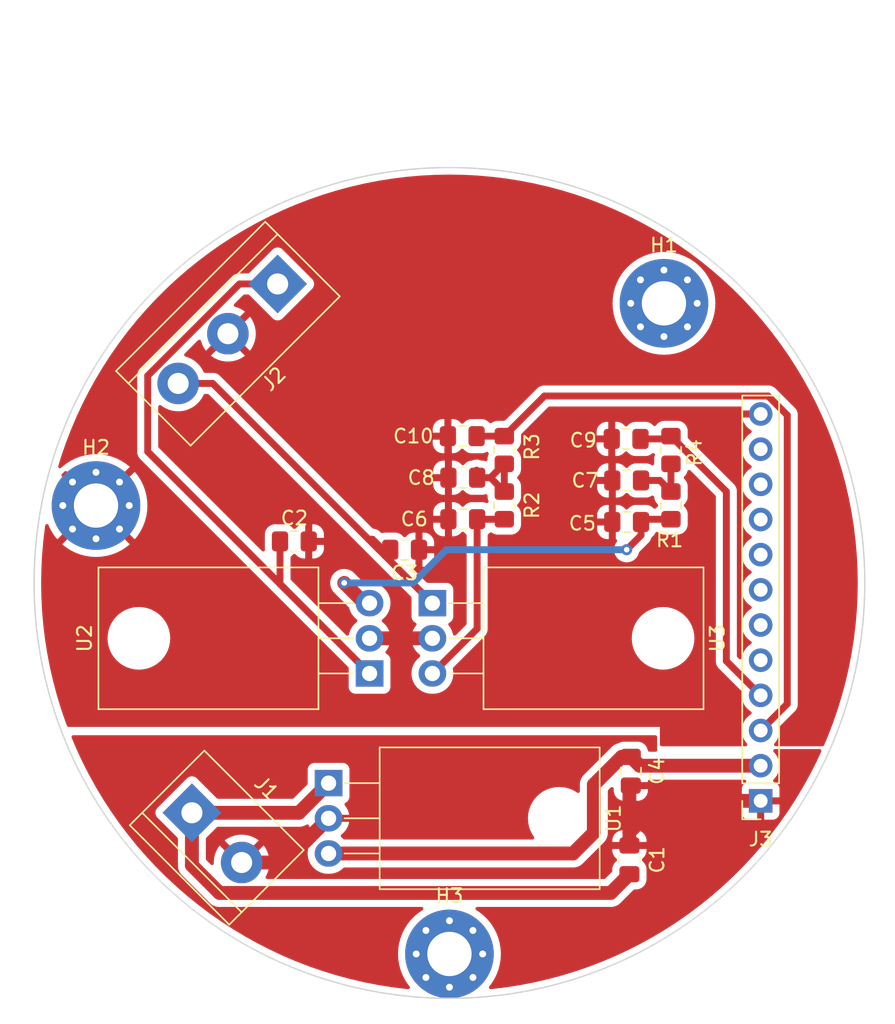
<source format=kicad_pcb>
(kicad_pcb (version 20211014) (generator pcbnew)
  (layers (0 "F.Cu" signal) (31 "B.Cu" signal) (34 "B.Paste" user) (35 "F.Paste" user) (36 "B.SilkS" user "B.Silkscreen") (37 "F.SilkS" user "F.Silkscreen") (38 "B.Mask" user) (39 "F.Mask" user) (44 "Edge.Cuts" user))
  (net 0 "")
  (net 1 "+BATT")
  (net 2 "GND")
  (net 3 "+Batt1")
  (net 4 "+Batt2")
  (net 5 "-Batt2")
  (net 6 "+3V3")
  (net 7 "Net-(C5-Pad1)")
  (net 8 "Net-(C6-Pad2)")
  (net 9 "Net-(C7-Pad1)")
  (net 10 "Net-(C8-Pad2)")
  (net 11 "+5VA")
  (net 12 "-5V")
  (footprint "Resistor_SMD:R_0805_2012Metric_Pad1.20x1.40mm_HandSolder" (layer "F.Cu") (at 153.9625 95.4 90)
    (fp_text reference "R3" (at 0.227064 2 90) (layer "F.SilkS"))
    (fp_text value "R_Small")
    (fp_line (start -0.227064 -0.735) (end 0.227064 -0.735) (layer "F.SilkS") (width 0.12))
    (fp_line (start -0.227064 0.735) (end 0.227064 0.735) (layer "F.SilkS") (width 0.12))
    (pad "1" smd roundrect (at -1 0 90) (size 1.2 1.4) (layers "F.Cu" "F.Paste" "F.Mask") (roundrect_rratio 0.208333) (net 10 "Net-(C8-Pad2)"))
    (pad "2" smd roundrect (at 1 0 90) (size 1.2 1.4) (layers "F.Cu" "F.Paste" "F.Mask") (roundrect_rratio 0.208333) (net 12 "-5V"))
  )
  (footprint "Connector_PinSocket_2.54mm:PinSocket_1x12_P2.54mm_Vertical" (layer "F.Cu") (at 172.479 120.74 180)
    (fp_text reference "J3" (at 0 -2.77) (layer "F.SilkS"))
    (fp_text value "Conn_01x12")
    (fp_line (start 1.33 -1.33) (end 1.33 0) (layer "F.SilkS") (width 0.12))
    (fp_line (start 1.33 1.27) (end 1.33 29.27) (layer "F.SilkS") (width 0.12))
    (fp_line (start -1.33 1.27) (end -1.33 29.27) (layer "F.SilkS") (width 0.12))
    (fp_line (start 0 -1.33) (end 1.33 -1.33) (layer "F.SilkS") (width 0.12))
    (fp_line (start -1.33 1.27) (end 1.33 1.27) (layer "F.SilkS") (width 0.12))
    (fp_line (start -1.33 29.27) (end 1.33 29.27) (layer "F.SilkS") (width 0.12))
    (pad "1" thru_hole rect locked (at 0 0 180) (size 1.7 1.7) (drill 1) (layers *.Cu *.Mask) (net 2 "GND"))
    (pad "2" thru_hole oval locked (at 0 2.54 180) (size 1.7 1.7) (drill 1) (layers *.Cu *.Mask) (net 6 "+3V3"))
    (pad "3" thru_hole oval locked (at 0 5.08 180) (size 1.7 1.7) (drill 1) (layers *.Cu *.Mask) (net 12 "-5V"))
    (pad "4" thru_hole oval locked (at 0 7.62 180) (size 1.7 1.7) (drill 1) (layers *.Cu *.Mask) (net 11 "+5VA"))
    (pad "5" thru_hole oval locked (at 0 10.16 180) (size 1.7 1.7) (drill 1) (layers *.Cu *.Mask))
    (pad "6" thru_hole oval locked (at 0 12.7 180) (size 1.7 1.7) (drill 1) (layers *.Cu *.Mask))
    (pad "7" thru_hole oval locked (at 0 15.24 180) (size 1.7 1.7) (drill 1) (layers *.Cu *.Mask))
    (pad "8" thru_hole oval locked (at 0 17.78 180) (size 1.7 1.7) (drill 1) (layers *.Cu *.Mask))
    (pad "9" thru_hole oval locked (at 0 20.32 180) (size 1.7 1.7) (drill 1) (layers *.Cu *.Mask))
    (pad "10" thru_hole oval locked (at 0 22.86 180) (size 1.7 1.7) (drill 1) (layers *.Cu *.Mask))
    (pad "11" thru_hole oval locked (at 0 25.4 180) (size 1.7 1.7) (drill 1) (layers *.Cu *.Mask))
    (pad "12" thru_hole oval locked (at 0 27.94 180) (size 1.7 1.7) (drill 1) (layers *.Cu *.Mask) (net 4 "+Batt2"))
  )
  (footprint "Capacitor_SMD:C_0805_2012Metric_Pad1.18x1.45mm_HandSolder" (layer "F.Cu") (at 163 125 90)
    (fp_text reference "C1" (at 0 2 90) (layer "F.SilkS"))
    (fp_text value "1u")
    (fp_line (start -0.261252 -0.735) (end 0.261252 -0.735) (layer "F.SilkS") (width 0.12))
    (fp_line (start -0.261252 0.735) (end 0.261252 0.735) (layer "F.SilkS") (width 0.12))
    (pad "1" smd roundrect (at -1.0375 0 90) (size 1.175 1.45) (layers "F.Cu" "F.Paste" "F.Mask") (roundrect_rratio 0.212766) (net 1 "+BATT"))
    (pad "2" smd roundrect (at 1.0375 0 90) (size 1.175 1.45) (layers "F.Cu" "F.Paste" "F.Mask") (roundrect_rratio 0.212766) (net 2 "GND"))
  )
  (footprint "Capacitor_SMD:C_0805_2012Metric_Pad1.18x1.45mm_HandSolder" (layer "F.Cu") (at 146.7625 102.6 180)
    (fp_text reference "C3" (at 0 -1.68) (layer "F.SilkS"))
    (fp_text value "1u")
    (fp_line (start -0.261252 0.735) (end 0.261252 0.735) (layer "F.SilkS") (width 0.12))
    (fp_line (start -0.261252 -0.735) (end 0.261252 -0.735) (layer "F.SilkS") (width 0.12))
    (pad "1" smd roundrect (at -1.0375 0 180) (size 1.175 1.45) (layers "F.Cu" "F.Paste" "F.Mask") (roundrect_rratio 0.212766) (net 4 "+Batt2"))
    (pad "2" smd roundrect (at 1.0375 0 180) (size 1.175 1.45) (layers "F.Cu" "F.Paste" "F.Mask") (roundrect_rratio 0.212766) (net 5 "-Batt2"))
  )
  (footprint "Capacitor_SMD:C_0805_2012Metric_Pad1.18x1.45mm_HandSolder" (layer "F.Cu") (at 150.9625 97.4)
    (fp_text reference "C8" (at -3 0) (layer "F.SilkS"))
    (fp_text value "100n")
    (fp_line (start -0.261252 0.735) (end 0.261252 0.735) (layer "F.SilkS") (width 0.12))
    (fp_line (start -0.261252 -0.735) (end 0.261252 -0.735) (layer "F.SilkS") (width 0.12))
    (pad "1" smd roundrect (at -1.0375 0) (size 1.175 1.45) (layers "F.Cu" "F.Paste" "F.Mask") (roundrect_rratio 0.212766) (net 4 "+Batt2"))
    (pad "2" smd roundrect (at 1.0375 0) (size 1.175 1.45) (layers "F.Cu" "F.Paste" "F.Mask") (roundrect_rratio 0.212766) (net 10 "Net-(C8-Pad2)"))
  )
  (footprint "Capacitor_SMD:C_0805_2012Metric_Pad1.18x1.45mm_HandSolder" (layer "F.Cu") (at 162.7625 94.6 180)
    (fp_text reference "C9" (at 3.1 -0.1) (layer "F.SilkS"))
    (fp_text value "100n")
    (fp_line (start -0.261252 0.735) (end 0.261252 0.735) (layer "F.SilkS") (width 0.12))
    (fp_line (start -0.261252 -0.735) (end 0.261252 -0.735) (layer "F.SilkS") (width 0.12))
    (pad "1" smd roundrect (at -1.0375 0 180) (size 1.175 1.45) (layers "F.Cu" "F.Paste" "F.Mask") (roundrect_rratio 0.212766) (net 11 "+5VA"))
    (pad "2" smd roundrect (at 1.0375 0 180) (size 1.175 1.45) (layers "F.Cu" "F.Paste" "F.Mask") (roundrect_rratio 0.212766) (net 4 "+Batt2"))
  )
  (footprint "Resistor_SMD:R_0805_2012Metric_Pad1.20x1.40mm_HandSolder" (layer "F.Cu") (at 153.9625 99.4 90)
    (fp_text reference "R2" (at 0 2 90) (layer "F.SilkS"))
    (fp_text value "R_Small")
    (fp_line (start -0.227064 -0.735) (end 0.227064 -0.735) (layer "F.SilkS") (width 0.12))
    (fp_line (start -0.227064 0.735) (end 0.227064 0.735) (layer "F.SilkS") (width 0.12))
    (pad "1" smd roundrect (at -1 0 90) (size 1.2 1.4) (layers "F.Cu" "F.Paste" "F.Mask") (roundrect_rratio 0.208333) (net 8 "Net-(C6-Pad2)"))
    (pad "2" smd roundrect (at 1 0 90) (size 1.2 1.4) (layers "F.Cu" "F.Paste" "F.Mask") (roundrect_rratio 0.208333) (net 10 "Net-(C8-Pad2)"))
  )
  (footprint "MountingHole:MountingHole_3.2mm_M3_Pad_Via" (layer "F.Cu") (at 150 131.797)
    (fp_text reference "H3" (at 0 -4.2) (layer "F.SilkS"))
    (fp_text value "MountingHole_Pad")
    (pad "1" thru_hole circle locked (at 0 2.4) (size 0.8 0.8) (drill 0.5) (layers *.Cu *.Mask) (net 4 "+Batt2"))
    (pad "1" thru_hole circle locked (at 1.697056 1.697056) (size 0.8 0.8) (drill 0.5) (layers *.Cu *.Mask) (net 4 "+Batt2"))
    (pad "1" thru_hole circle locked (at -1.697056 -1.697056) (size 0.8 0.8) (drill 0.5) (layers *.Cu *.Mask) (net 4 "+Batt2"))
    (pad "1" thru_hole circle locked (at 0 0) (size 6.4 6.4) (drill 3.2) (layers *.Cu *.Mask) (net 4 "+Batt2"))
    (pad "1" thru_hole circle locked (at 2.4 0) (size 0.8 0.8) (drill 0.5) (layers *.Cu *.Mask) (net 4 "+Batt2"))
    (pad "1" thru_hole circle locked (at 1.697056 -1.697056) (size 0.8 0.8) (drill 0.5) (layers *.Cu *.Mask) (net 4 "+Batt2"))
    (pad "1" thru_hole circle locked (at 0 -2.4) (size 0.8 0.8) (drill 0.5) (layers *.Cu *.Mask) (net 4 "+Batt2"))
    (pad "1" thru_hole circle locked (at -1.697056 1.697056) (size 0.8 0.8) (drill 0.5) (layers *.Cu *.Mask) (net 4 "+Batt2"))
    (pad "1" thru_hole circle locked (at -2.4 0) (size 0.8 0.8) (drill 0.5) (layers *.Cu *.Mask) (net 4 "+Batt2"))
  )
  (footprint "Capacitor_SMD:C_0805_2012Metric_Pad1.18x1.45mm_HandSolder" (layer "F.Cu") (at 163.1 118.6 -90)
    (fp_text reference "C4" (at 0 -1.9 90) (layer "F.SilkS"))
    (fp_text value "1u")
    (fp_line (start -0.261252 -0.735) (end 0.261252 -0.735) (layer "F.SilkS") (width 0.12))
    (fp_line (start -0.261252 0.735) (end 0.261252 0.735) (layer "F.SilkS") (width 0.12))
    (pad "1" smd roundrect (at -1.0375 0 270) (size 1.175 1.45) (layers "F.Cu" "F.Paste" "F.Mask") (roundrect_rratio 0.212766) (net 6 "+3V3"))
    (pad "2" smd roundrect (at 1.0375 0 270) (size 1.175 1.45) (layers "F.Cu" "F.Paste" "F.Mask") (roundrect_rratio 0.212766) (net 2 "GND"))
  )
  (footprint "Capacitor_SMD:C_0805_2012Metric_Pad1.18x1.45mm_HandSolder" (layer "F.Cu") (at 150.9625 100.4)
    (fp_text reference "C6" (at -3.5 -0.01) (layer "F.SilkS"))
    (fp_text value "100n")
    (fp_line (start -0.261252 -0.735) (end 0.261252 -0.735) (layer "F.SilkS") (width 0.12))
    (fp_line (start -0.261252 0.735) (end 0.261252 0.735) (layer "F.SilkS") (width 0.12))
    (pad "1" smd roundrect (at -1.0375 0) (size 1.175 1.45) (layers "F.Cu" "F.Paste" "F.Mask") (roundrect_rratio 0.212766) (net 4 "+Batt2"))
    (pad "2" smd roundrect (at 1.0375 0) (size 1.175 1.45) (layers "F.Cu" "F.Paste" "F.Mask") (roundrect_rratio 0.212766) (net 8 "Net-(C6-Pad2)"))
  )
  (footprint "TerminalBlock:TerminalBlock_bornier-3_P5.08mm" (layer "F.Cu") (at 137.592102 83.407898 -135)
    (fp_text reference "J2" (at 5.05 -4.65 45) (layer "F.SilkS"))
    (fp_text value "Screw_Terminal_01x03")
    (fp_line (start -2.54 -3.81) (end 12.7 -3.81) (layer "F.SilkS") (width 0.12))
    (fp_line (start -2.54 3.81) (end -2.54 -3.81) (layer "F.SilkS") (width 0.12))
    (fp_line (start 12.7 3.81) (end 12.7 -3.81) (layer "F.SilkS") (width 0.12))
    (fp_line (start -2.54 3.81) (end 12.7 3.81) (layer "F.SilkS") (width 0.12))
    (fp_line (start -2.54 2.54) (end 12.7 2.54) (layer "F.SilkS") (width 0.12))
    (pad "1" thru_hole rect (at 0 0 225) (size 3 3) (drill 1.52) (layers *.Cu *.Mask) (net 3 "+Batt1"))
    (pad "2" thru_hole circle (at 5.08 0 225) (size 3 3) (drill 1.52) (layers *.Cu *.Mask) (net 4 "+Batt2"))
    (pad "3" thru_hole circle (at 10.16 0 225) (size 3 3) (drill 1.52) (layers *.Cu *.Mask) (net 5 "-Batt2"))
  )
  (footprint "Package_TO_SOT_THT:TO-220-3_Horizontal_TabDown" (layer "F.Cu") (at 148.77 106.46 -90)
    (fp_text reference "U3" (at 2.54 -20.58 90) (layer "F.SilkS"))
    (fp_text value "LM7805_TO220")
    (fp_line (start -2.58 -3.69) (end 7.66 -3.69) (layer "F.SilkS") (width 0.12))
    (fp_line (start 7.66 -19.58) (end 7.66 -3.69) (layer "F.SilkS") (width 0.12))
    (fp_line (start -2.58 -19.58) (end -2.58 -3.69) (layer "F.SilkS") (width 0.12))
    (fp_line (start -2.58 -19.58) (end 7.66 -19.58) (layer "F.SilkS") (width 0.12))
    (fp_line (start 0 -3.69) (end 0 -1.15) (layer "F.SilkS") (width 0.12))
    (fp_line (start 5.08 -3.69) (end 5.08 -1.15) (layer "F.SilkS") (width 0.12))
    (fp_line (start 2.54 -3.69) (end 2.54 -1.15) (layer "F.SilkS") (width 0.12))
    (pad "" np_thru_hole oval (at 2.54 -16.66 270) (size 3.5 3.5) (drill 3.5) (layers *.Cu *.Mask))
    (pad "1" thru_hole rect (at 0 0 270) (size 1.905 2) (drill 1.1) (layers *.Cu *.Mask) (net 5 "-Batt2"))
    (pad "2" thru_hole oval (at 2.54 0 270) (size 1.905 2) (drill 1.1) (layers *.Cu *.Mask) (net 4 "+Batt2"))
    (pad "3" thru_hole oval (at 5.08 0 270) (size 1.905 2) (drill 1.1) (layers *.Cu *.Mask) (net 8 "Net-(C6-Pad2)"))
  )
  (footprint "MountingHole:MountingHole_3.2mm_M3_Pad_Via" (layer "F.Cu") (at 165.494 84.807)
    (fp_text reference "H1" (at 0 -4.2) (layer "F.SilkS"))
    (fp_text value "MountingHole_Pad")
    (pad "1" thru_hole circle locked (at 2.4 0) (size 0.8 0.8) (drill 0.5) (layers *.Cu *.Mask))
    (pad "1" thru_hole circle locked (at 1.697056 -1.697056) (size 0.8 0.8) (drill 0.5) (layers *.Cu *.Mask))
    (pad "1" thru_hole circle locked (at -1.697056 -1.697056) (size 0.8 0.8) (drill 0.5) (layers *.Cu *.Mask))
    (pad "1" thru_hole circle locked (at 0 2.4) (size 0.8 0.8) (drill 0.5) (layers *.Cu *.Mask))
    (pad "1" thru_hole circle locked (at 1.697056 1.697056) (size 0.8 0.8) (drill 0.5) (layers *.Cu *.Mask))
    (pad "1" thru_hole circle locked (at 0 -2.4) (size 0.8 0.8) (drill 0.5) (layers *.Cu *.Mask))
    (pad "1" thru_hole circle locked (at -2.4 0) (size 0.8 0.8) (drill 0.5) (layers *.Cu *.Mask))
    (pad "1" thru_hole circle locked (at -1.697056 1.697056) (size 0.8 0.8) (drill 0.5) (layers *.Cu *.Mask))
    (pad "1" thru_hole circle locked (at 0 0) (size 6.4 6.4) (drill 3.2) (layers *.Cu *.Mask))
  )
  (footprint "Capacitor_SMD:C_0805_2012Metric_Pad1.18x1.45mm_HandSolder" (layer "F.Cu") (at 138.8 102)
    (fp_text reference "C2" (at 0 -1.68) (layer "F.SilkS"))
    (fp_text value "1u")
    (fp_line (start -0.261252 0.735) (end 0.261252 0.735) (layer "F.SilkS") (width 0.12))
    (fp_line (start -0.261252 -0.735) (end 0.261252 -0.735) (layer "F.SilkS") (width 0.12))
    (pad "1" smd roundrect (at -1.0375 0) (size 1.175 1.45) (layers "F.Cu" "F.Paste" "F.Mask") (roundrect_rratio 0.212766) (net 3 "+Batt1"))
    (pad "2" smd roundrect (at 1.0375 0) (size 1.175 1.45) (layers "F.Cu" "F.Paste" "F.Mask") (roundrect_rratio 0.212766) (net 4 "+Batt2"))
  )
  (footprint "MountingHole:MountingHole_3.2mm_M3_Pad_Via" (layer "F.Cu") (at 124.473 99.412)
    (fp_text reference "H2" (at 0 -4.2) (layer "F.SilkS"))
    (fp_text value "MountingHole_Pad")
    (pad "1" thru_hole circle locked (at 0 0) (size 6.4 6.4) (drill 3.2) (layers *.Cu *.Mask) (net 4 "+Batt2"))
    (pad "1" thru_hole circle locked (at -1.697056 1.697056) (size 0.8 0.8) (drill 0.5) (layers *.Cu *.Mask) (net 4 "+Batt2"))
    (pad "1" thru_hole circle locked (at -1.697056 -1.697056) (size 0.8 0.8) (drill 0.5) (layers *.Cu *.Mask) (net 4 "+Batt2"))
    (pad "1" thru_hole circle locked (at -2.4 0) (size 0.8 0.8) (drill 0.5) (layers *.Cu *.Mask) (net 4 "+Batt2"))
    (pad "1" thru_hole circle locked (at 1.697056 1.697056) (size 0.8 0.8) (drill 0.5) (layers *.Cu *.Mask) (net 4 "+Batt2"))
    (pad "1" thru_hole circle locked (at 0 2.4) (size 0.8 0.8) (drill 0.5) (layers *.Cu *.Mask) (net 4 "+Batt2"))
    (pad "1" thru_hole circle locked (at 1.697056 -1.697056) (size 0.8 0.8) (drill 0.5) (layers *.Cu *.Mask) (net 4 "+Batt2"))
    (pad "1" thru_hole circle locked (at 2.4 0) (size 0.8 0.8) (drill 0.5) (layers *.Cu *.Mask) (net 4 "+Batt2"))
    (pad "1" thru_hole circle locked (at 0 -2.4) (size 0.8 0.8) (drill 0.5) (layers *.Cu *.Mask) (net 4 "+Batt2"))
  )
  (footprint "TerminalBlock:TerminalBlock_bornier-2_P5.08mm" (layer "F.Cu") (at 131.4 121.6 -45)
    (fp_text reference "J1" (at 2.54 -5.08 135) (layer "F.SilkS"))
    (fp_text value "Screw_Terminal_01x02")
    (fp_line (start -2.54 3.81) (end 7.62 3.81) (layer "F.SilkS") (width 0.12))
    (fp_line (start 7.62 -3.81) (end -2.54 -3.81) (layer "F.SilkS") (width 0.12))
    (fp_line (start 7.62 3.81) (end 7.62 -3.81) (layer "F.SilkS") (width 0.12))
    (fp_line (start 7.62 2.54) (end -2.54 2.54) (layer "F.SilkS") (width 0.12))
    (fp_line (start -2.54 -3.81) (end -2.54 3.81) (layer "F.SilkS") (width 0.12))
    (pad "1" thru_hole rect (at 0 0 315) (size 3 3) (drill 1.52) (layers *.Cu *.Mask) (net 1 "+BATT"))
    (pad "2" thru_hole circle (at 5.08 0 315) (size 3 3) (drill 1.52) (layers *.Cu *.Mask) (net 2 "GND"))
  )
  (footprint "Package_TO_SOT_THT:TO-220-3_Horizontal_TabDown" (layer "F.Cu") (at 141.27 119.46 -90)
    (fp_text reference "U1" (at 2.54 -20.58 90) (layer "F.SilkS"))
    (fp_text value "LM7805_TO220")
    (fp_line (start -2.58 -19.58) (end -2.58 -3.69) (layer "F.SilkS") (width 0.12))
    (fp_line (start -2.58 -3.69) (end 7.66 -3.69) (layer "F.SilkS") (width 0.12))
    (fp_line (start 5.08 -3.69) (end 5.08 -1.15) (layer "F.SilkS") (width 0.12))
    (fp_line (start 0 -3.69) (end 0 -1.15) (layer "F.SilkS") (width 0.12))
    (fp_line (start 7.66 -19.58) (end 7.66 -3.69) (layer "F.SilkS") (width 0.12))
    (fp_line (start -2.58 -19.58) (end 7.66 -19.58) (layer "F.SilkS") (width 0.12))
    (fp_line (start 2.54 -3.69) (end 2.54 -1.15) (layer "F.SilkS") (width 0.12))
    (pad "" np_thru_hole oval (at 2.54 -16.66 270) (size 3.5 3.5) (drill 3.5) (layers *.Cu *.Mask))
    (pad "1" thru_hole rect (at 0 0 270) (size 1.905 2) (drill 1.1) (layers *.Cu *.Mask) (net 1 "+BATT"))
    (pad "2" thru_hole oval (at 2.54 0 270) (size 1.905 2) (drill 1.1) (layers *.Cu *.Mask) (net 2 "GND"))
    (pad "3" thru_hole oval (at 5.08 0 270) (size 1.905 2) (drill 1.1) (layers *.Cu *.Mask) (net 6 "+3V3"))
  )
  (footprint "Capacitor_SMD:C_0805_2012Metric_Pad1.18x1.45mm_HandSolder" (layer "F.Cu") (at 162.8 97.6 180)
    (fp_text reference "C7" (at 3 0) (layer "F.SilkS"))
    (fp_text value "100n")
    (fp_line (start -0.261252 0.735) (end 0.261252 0.735) (layer "F.SilkS") (width 0.12))
    (fp_line (start -0.261252 -0.735) (end 0.261252 -0.735) (layer "F.SilkS") (width 0.12))
    (pad "1" smd roundrect (at -1.0375 0 180) (size 1.175 1.45) (layers "F.Cu" "F.Paste" "F.Mask") (roundrect_rratio 0.212766) (net 9 "Net-(C7-Pad1)"))
    (pad "2" smd roundrect (at 1.0375 0 180) (size 1.175 1.45) (layers "F.Cu" "F.Paste" "F.Mask") (roundrect_rratio 0.212766) (net 4 "+Batt2"))
  )
  (footprint "Capacitor_SMD:C_0805_2012Metric_Pad1.18x1.45mm_HandSolder" (layer "F.Cu") (at 162.8 100.6 180)
    (fp_text reference "C5" (at 3.2 -0.1) (layer "F.SilkS"))
    (fp_text value "100n")
    (fp_line (start -0.261252 -0.735) (end 0.261252 -0.735) (layer "F.SilkS") (width 0.12))
    (fp_line (start -0.261252 0.735) (end 0.261252 0.735) (layer "F.SilkS") (width 0.12))
    (pad "1" smd roundrect (at -1.0375 0 180) (size 1.175 1.45) (layers "F.Cu" "F.Paste" "F.Mask") (roundrect_rratio 0.212766) (net 7 "Net-(C5-Pad1)"))
    (pad "2" smd roundrect (at 1.0375 0 180) (size 1.175 1.45) (layers "F.Cu" "F.Paste" "F.Mask") (roundrect_rratio 0.212766) (net 4 "+Batt2"))
  )
  (footprint "Resistor_SMD:R_0805_2012Metric_Pad1.20x1.40mm_HandSolder" (layer "F.Cu") (at 166 99.4 90)
    (fp_text reference "R1" (at -2.5 -0.1) (layer "F.SilkS"))
    (fp_text value "R_Small")
    (fp_line (start -0.227064 0.735) (end 0.227064 0.735) (layer "F.SilkS") (width 0.12))
    (fp_line (start -0.227064 -0.735) (end 0.227064 -0.735) (layer "F.SilkS") (width 0.12))
    (pad "1" smd roundrect (at -1 0 90) (size 1.2 1.4) (layers "F.Cu" "F.Paste" "F.Mask") (roundrect_rratio 0.208333) (net 7 "Net-(C5-Pad1)"))
    (pad "2" smd roundrect (at 1 0 90) (size 1.2 1.4) (layers "F.Cu" "F.Paste" "F.Mask") (roundrect_rratio 0.208333) (net 9 "Net-(C7-Pad1)"))
  )
  (footprint "Resistor_SMD:R_0805_2012Metric_Pad1.20x1.40mm_HandSolder" (layer "F.Cu") (at 166 95.4 90)
    (fp_text reference "R4" (at -0.2 1.7 90) (layer "F.SilkS"))
    (fp_text value "R_Small")
    (fp_line (start -0.227064 0.735) (end 0.227064 0.735) (layer "F.SilkS") (width 0.12))
    (fp_line (start -0.227064 -0.735) (end 0.227064 -0.735) (layer "F.SilkS") (width 0.12))
    (pad "1" smd roundrect (at -1 0 90) (size 1.2 1.4) (layers "F.Cu" "F.Paste" "F.Mask") (roundrect_rratio 0.208333) (net 9 "Net-(C7-Pad1)"))
    (pad "2" smd roundrect (at 1 0 90) (size 1.2 1.4) (layers "F.Cu" "F.Paste" "F.Mask") (roundrect_rratio 0.208333) (net 11 "+5VA"))
  )
  (footprint "Package_TO_SOT_THT:TO-220-3_Horizontal_TabDown" (layer "F.Cu") (at 144.23 111.54 90)
    (fp_text reference "U2" (at 2.54 -20.58 90) (layer "F.SilkS"))
    (fp_text value "LM7805_TO220")
    (fp_line (start 5.08 -3.69) (end 5.08 -1.15) (layer "F.SilkS") (width 0.12))
    (fp_line (start 0 -3.69) (end 0 -1.15) (layer "F.SilkS") (width 0.12))
    (fp_line (start 2.54 -3.69) (end 2.54 -1.15) (layer "F.SilkS") (width 0.12))
    (fp_line (start 7.66 -19.58) (end 7.66 -3.69) (layer "F.SilkS") (width 0.12))
    (fp_line (start -2.58 -3.69) (end 7.66 -3.69) (layer "F.SilkS") (width 0.12))
    (fp_line (start -2.58 -19.58) (end 7.66 -19.58) (layer "F.SilkS") (width 0.12))
    (fp_line (start -2.58 -19.58) (end -2.58 -3.69) (layer "F.SilkS") (width 0.12))
    (pad "" np_thru_hole oval (at 2.54 -16.66 90) (size 3.5 3.5) (drill 3.5) (layers *.Cu *.Mask))
    (pad "1" thru_hole rect (at 0 0 90) (size 1.905 2) (drill 1.1) (layers *.Cu *.Mask) (net 3 "+Batt1"))
    (pad "2" thru_hole oval (at 2.54 0 90) (size 1.905 2) (drill 1.1) (layers *.Cu *.Mask) (net 4 "+Batt2"))
    (pad "3" thru_hole oval (at 5.08 0 90) (size 1.905 2) (drill 1.1) (layers *.Cu *.Mask) (net 7 "Net-(C5-Pad1)"))
  )
  (footprint "Capacitor_SMD:C_0805_2012Metric_Pad1.18x1.45mm_HandSolder" (layer "F.Cu") (at 150.925 94.4)
    (fp_text reference "C10" (at -3.5375 0) (layer "F.SilkS"))
    (fp_text value "100n")
    (fp_line (start -0.261252 0.735) (end 0.261252 0.735) (layer "F.SilkS") (width 0.12))
    (fp_line (start -0.261252 -0.735) (end 0.261252 -0.735) (layer "F.SilkS") (width 0.12))
    (pad "1" smd roundrect (at -1.0375 0) (size 1.175 1.45) (layers "F.Cu" "F.Paste" "F.Mask") (roundrect_rratio 0.212766) (net 4 "+Batt2"))
    (pad "2" smd roundrect (at 1.0375 0) (size 1.175 1.45) (layers "F.Cu" "F.Paste" "F.Mask") (roundrect_rratio 0.212766) (net 12 "-5V"))
  )
  (gr_circle locked (center 150 105) (end 180 105) (layer "Edge.Cuts") (width 0.1) (fill none))
  (segment (start 163 126.0375) (end 161.645887 127.391613) (width 1) (layer "F.Cu") (net 1))
  (segment (start 131.4 121.6) (end 139.13 121.6) (width 1) (layer "F.Cu") (net 1))
  (segment (start 161.645887 127.391613) (end 133.391613 127.391613) (width 1) (layer "F.Cu") (net 1))
  (segment (start 139.13 121.6) (end 141.27 119.46) (width 1) (layer "F.Cu") (net 1))
  (segment (start 131.4 125.4) (end 131.4 121.6) (width 1) (layer "F.Cu") (net 1))
  (segment (start 133.391613 127.391613) (end 131.4 125.4) (width 1) (layer "F.Cu") (net 1))
  (segment (start 165.26 120.74) (end 163 123) (width 1) (layer "F.Cu") (net 2))
  (segment (start 163 119.7375) (end 163.1 119.6375) (width 1) (layer "F.Cu") (net 2))
  (segment (start 163 123.9625) (end 163 123) (width 1) (layer "F.Cu") (net 2))
  (segment (start 163 123) (end 163 119.7375) (width 1) (layer "F.Cu") (net 2))
  (segment (start 172.479 120.74) (end 165.26 120.74) (width 1) (layer "F.Cu") (net 2))
  (segment (start 138.077898 125.192102) (end 141.27 122) (width 1) (layer "F.Cu") (net 2))
  (segment (start 134.992102 125.192102) (end 138.077898 125.192102) (width 1) (layer "F.Cu") (net 2))
  (segment (start 144.23 111.54) (end 138.145 105.455) (width 0.5) (layer "F.Cu") (net 3))
  (segment (start 137.7625 102) (end 137.7625 105.0725) (width 0.5) (layer "F.Cu") (net 3))
  (segment (start 128.208386 90.034588) (end 134.835076 83.407898) (width 0.5) (layer "F.Cu") (net 3))
  (segment (start 134.835076 83.407898) (end 137.592102 83.407898) (width 0.5) (layer "F.Cu") (net 3))
  (segment (start 138.145 105.455) (end 128.208386 95.518386) (width 0.5) (layer "F.Cu") (net 3))
  (segment (start 128.208386 95.518386) (end 128.208386 90.034588) (width 0.5) (layer "F.Cu") (net 3))
  (segment (start 137.7625 105.0725) (end 138.145 105.455) (width 0.5) (layer "F.Cu") (net 3))
  (segment (start 161.7625 97.6) (end 161.7625 100.6) (width 0.5) (layer "F.Cu") (net 4))
  (segment (start 161.725 97.5625) (end 161.7625 97.6) (width 0.5) (layer "F.Cu") (net 4))
  (segment (start 149.925 94.4375) (end 149.8875 94.4) (width 0.5) (layer "F.Cu") (net 4))
  (segment (start 149.925 100.4) (end 149.925 94.4375) (width 0.5) (layer "F.Cu") (net 4))
  (segment (start 144.23 109) (end 148.77 109) (width 1) (layer "F.Cu") (net 4))
  (segment (start 161.725 94.6) (end 161.725 97.5625) (width 0.5) (layer "F.Cu") (net 4))
  (segment (start 144.91 102.6) (end 144.455 102.145) (width 0.5) (layer "F.Cu") (net 5))
  (segment (start 145.2 102.6) (end 144.445 101.845) (width 0.5) (layer "F.Cu") (net 5))
  (segment (start 144.445 101.845) (end 144.155 101.845) (width 0.5) (layer "F.Cu") (net 5))
  (segment (start 130.407897 90.592103) (end 132.902103 90.592103) (width 0.5) (layer "F.Cu") (net 5))
  (segment (start 145.725 102.675) (end 145.355 103.045) (width 0.5) (layer "F.Cu") (net 5))
  (segment (start 145.355 103.045) (end 148.77 106.46) (width 0.5) (layer "F.Cu") (net 5))
  (segment (start 145.725 102.6) (end 145.725 102.675) (width 0.5) (layer "F.Cu") (net 5))
  (segment (start 144.455 102.145) (end 145.355 103.045) (width 0.5) (layer "F.Cu") (net 5))
  (segment (start 132.902103 90.592103) (end 144.155 101.845) (width 0.5) (layer "F.Cu") (net 5))
  (segment (start 144.155 101.845) (end 144.455 102.145) (width 0.5) (layer "F.Cu") (net 5))
  (segment (start 145.725 102.6) (end 144.91 102.6) (width 0.5) (layer "F.Cu") (net 5))
  (segment (start 145.725 102.6) (end 145.2 102.6) (width 0.5) (layer "F.Cu") (net 5))
  (segment (start 160.429521 123.035337) (end 160.429521 119.570479) (width 1) (layer "F.Cu") (net 6))
  (segment (start 158.924858 124.54) (end 160.429521 123.035337) (width 1) (layer "F.Cu") (net 6))
  (segment (start 163.7375 118.2) (end 163.1 117.5625) (width 1) (layer "F.Cu") (net 6))
  (segment (start 160.429521 119.570479) (end 162.4375 117.5625) (width 1) (layer "F.Cu") (net 6))
  (segment (start 141.27 124.54) (end 158.924858 124.54) (width 1) (layer "F.Cu") (net 6))
  (segment (start 162.4375 117.5625) (end 163.1 117.5625) (width 1) (layer "F.Cu") (net 6))
  (segment (start 172.479 118.2) (end 163.7375 118.2) (width 1) (layer "F.Cu") (net 6))
  (segment (start 143.86 106.46) (end 142.4 105) (width 1) (layer "F.Cu") (net 7))
  (segment (start 144.23 106.46) (end 143.86 106.46) (width 1) (layer "F.Cu") (net 7))
  (segment (start 166 100.4) (end 164.0375 100.4) (width 0.5) (layer "F.Cu") (net 7))
  (segment (start 163.8375 100.680324) (end 163.8375 100.6) (width 1) (layer "F.Cu") (net 7))
  (segment (start 144.23 106.46) (end 144.23 106.43) (width 1) (layer "F.Cu") (net 7))
  (segment (start 163.8375 100.6) (end 163.8375 101.5625) (width 0.5) (layer "F.Cu") (net 7))
  (segment (start 163.8375 101.5625) (end 162.8 102.6) (width 0.5) (layer "F.Cu") (net 7))
  (segment (start 164.0375 100.4) (end 163.8375 100.6) (width 0.5) (layer "F.Cu") (net 7))
  (via (at 142.4 105) (size 0.8) (drill 0.4) (layers "F.Cu" "B.Cu") (net 7))
  (via (at 142.4 105) (size 0.8) (drill 0.4) (layers "F.Cu" "B.Cu") (net 7))
  (via (at 162.8 102.6) (size 0.8) (drill 0.4) (layers "F.Cu" "B.Cu") (net 7))
  (segment (start 147.378478 105) (end 142.4 105) (width 0.5) (layer "B.Cu") (net 7))
  (segment (start 149.778478 102.6) (end 147.378478 105) (width 0.5) (layer "B.Cu") (net 7))
  (segment (start 162.8 102.6) (end 149.778478 102.6) (width 0.5) (layer "B.Cu") (net 7))
  (segment (start 148.77 111.54) (end 152 108.31) (width 0.5) (layer "F.Cu") (net 8))
  (segment (start 152 108.31) (end 152 100.4) (width 0.5) (layer "F.Cu") (net 8))
  (segment (start 152 100.4) (end 153.9625 100.4) (width 0.5) (layer "F.Cu") (net 8))
  (segment (start 163.8375 97.6) (end 165.2 97.6) (width 0.5) (layer "F.Cu") (net 9))
  (segment (start 165.2 97.6) (end 166 98.4) (width 0.5) (layer "F.Cu") (net 9))
  (segment (start 166 98.4) (end 166 96.4) (width 0.5) (layer "F.Cu") (net 9))
  (segment (start 153.9625 98.4) (end 152.9625 97.4) (width 0.5) (layer "F.Cu") (net 10))
  (segment (start 152.9625 97.4) (end 153.9625 96.4) (width 0.5) (layer "F.Cu") (net 10))
  (segment (start 152 97.4) (end 152.9625 97.4) (width 0.5) (layer "F.Cu") (net 10))
  (segment (start 153.9625 98.4) (end 153.9625 96.4) (width 0.5) (layer "F.Cu") (net 10))
  (segment (start 151.9625 96.8525) (end 152 96.89) (width 0.5) (layer "F.Cu") (net 10))
  (segment (start 170 110.641) (end 170 98.4) (width 0.5) (layer "F.Cu") (net 11))
  (segment (start 163.8 94.6) (end 165.8 94.6) (width 0.5) (layer "F.Cu") (net 11))
  (segment (start 165.8 94.6) (end 166 94.4) (width 0.5) (layer "F.Cu") (net 11))
  (segment (start 170 98.4) (end 166 94.4) (width 0.5) (layer "F.Cu") (net 11))
  (segment (start 172.479 113.12) (end 170 110.641) (width 0.5) (layer "F.Cu") (net 11))
  (segment (start 153.9625 94.4) (end 156.862011 91.500489) (width 0.5) (layer "F.Cu") (net 12))
  (segment (start 153.9625 94.4) (end 151.9625 94.4) (width 0.5) (layer "F.Cu") (net 12))
  (segment (start 173.017276 91.500489) (end 174.4 92.883213) (width 0.5) (layer "F.Cu") (net 12))
  (segment (start 174.4 113.739) (end 172.479 115.66) (width 0.5) (layer "F.Cu") (net 12))
  (segment (start 174.4 92.883213) (end 174.4 113.739) (width 0.5) (layer "F.Cu") (net 12))
  (segment (start 156.862011 91.500489) (end 173.017276 91.500489) (width 0.5) (layer "F.Cu") (net 12))
  (zone (net 2) (net_name "GND") (layer "F.Cu") (connect_pads (clearance 0.508)) (min_thickness 0.254) (fill yes (thermal_gap 0.508) (thermal_bridge_width 0.508))
    (polygon (pts (xy 165 117) (xy 179 117) (xy 179 135) (xy 122 135) (xy 122 116) (xy 165 116)))
  )
  (zone (net 4) (net_name "+Batt2") (layer "F.Cu") (connect_pads (clearance 0.508)) (min_thickness 0.254) (fill yes (thermal_gap 0.508) (thermal_bridge_width 0.508))
    (polygon (pts (xy 182.2 116.8) (xy 165.2 116.8) (xy 165.2 115.4) (xy 119 115.4) (xy 119 74) (xy 182.2 74)))
  )
)
</source>
